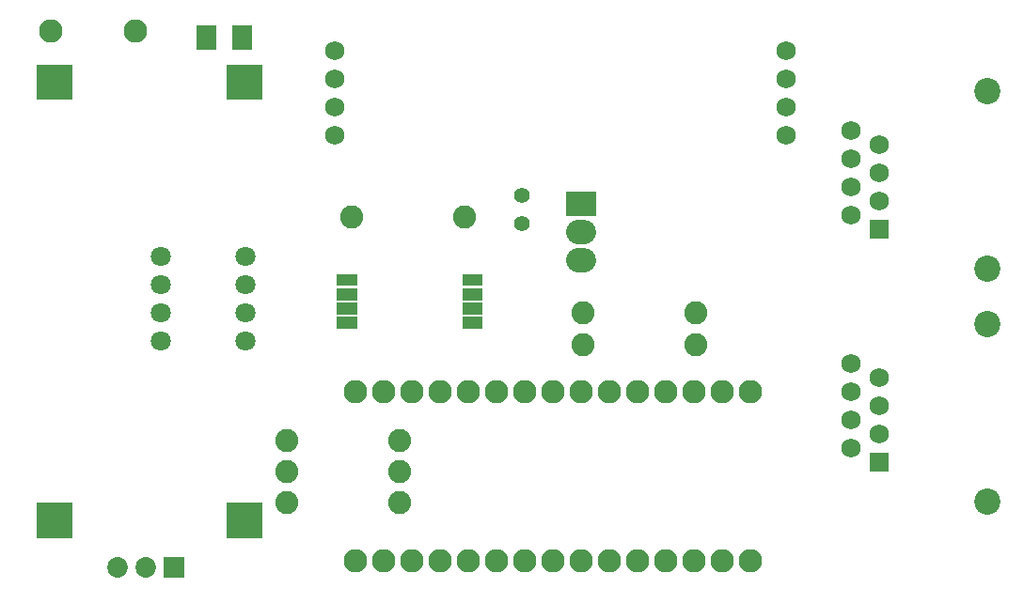
<source format=gts>
G04 Layer: TopSolderMaskLayer*
G04 EasyEDA v6.3.22, 2020-02-16T12:15:52--5:00*
G04 381979cff6bd47818e4e504fc6c237e0,2cc9782d1759487288c44a1c2d283d62,10*
G04 Gerber Generator version 0.2*
G04 Scale: 100 percent, Rotated: No, Reflected: No *
G04 Dimensions in millimeters *
G04 leading zeros omitted , absolute positions ,3 integer and 3 decimal *
%FSLAX33Y33*%
%MOMM*%
G90*
G71D02*

%ADD34C,2.203196*%
%ADD36C,2.103196*%
%ADD38C,1.854200*%
%ADD40C,1.397000*%
%ADD41C,2.082800*%
%ADD43C,2.108200*%
%ADD45C,1.803197*%
%ADD46R,1.727200X1.727200*%
%ADD47C,1.727200*%
%ADD48C,2.362200*%

%LPD*%
G54D34*
G01X55240Y30877D02*
G01X54741Y30877D01*
G01X55240Y33417D02*
G01X54741Y33417D01*
G36*
G01X23098Y5843D02*
G01X23098Y9049D01*
G01X26304Y9049D01*
G01X26304Y5843D01*
G01X23098Y5843D01*
G37*
G36*
G01X5953Y45340D02*
G01X5953Y48546D01*
G01X9159Y48546D01*
G01X9159Y45340D01*
G01X5953Y45340D01*
G37*
G36*
G01X5953Y5843D02*
G01X5953Y9049D01*
G01X9159Y9049D01*
G01X9159Y5843D01*
G01X5953Y5843D01*
G37*
G36*
G01X23098Y45340D02*
G01X23098Y48546D01*
G01X26304Y48546D01*
G01X26304Y45340D01*
G01X23098Y45340D01*
G37*
G54D36*
G01X34671Y19066D03*
G01X37211Y19066D03*
G01X39751Y19066D03*
G01X42291Y19066D03*
G01X44831Y19066D03*
G01X47371Y19066D03*
G01X49911Y19066D03*
G01X52451Y19066D03*
G01X54991Y19066D03*
G01X57531Y19066D03*
G01X60071Y19066D03*
G01X62611Y19066D03*
G01X65151Y19066D03*
G01X67691Y19066D03*
G01X70231Y19066D03*
G01X34671Y3826D03*
G01X37211Y3826D03*
G01X39751Y3826D03*
G01X42291Y3826D03*
G01X44831Y3826D03*
G01X47371Y3826D03*
G01X49911Y3826D03*
G01X52451Y3826D03*
G01X54991Y3826D03*
G01X57531Y3826D03*
G01X60071Y3826D03*
G01X62611Y3826D03*
G01X65151Y3826D03*
G01X67691Y3826D03*
G01X70231Y3826D03*
G36*
G01X17360Y2264D02*
G01X17360Y4119D01*
G01X19215Y4119D01*
G01X19215Y2264D01*
G01X17360Y2264D01*
G37*
G54D38*
G01X15748Y3191D03*
G01X13208Y3191D03*
G36*
G01X33007Y26006D02*
G01X33007Y27098D01*
G01X34810Y27098D01*
G01X34810Y26006D01*
G01X33007Y26006D01*
G37*
G36*
G01X33007Y24718D02*
G01X33007Y25810D01*
G01X34810Y25810D01*
G01X34810Y24718D01*
G01X33007Y24718D01*
G37*
G36*
G01X33007Y27299D02*
G01X33007Y28391D01*
G01X34810Y28391D01*
G01X34810Y27299D01*
G01X33007Y27299D01*
G37*
G36*
G01X33007Y28579D02*
G01X33007Y29671D01*
G01X34810Y29671D01*
G01X34810Y28579D01*
G01X33007Y28579D01*
G37*
G36*
G01X44310Y24718D02*
G01X44310Y25810D01*
G01X46113Y25810D01*
G01X46113Y24718D01*
G01X44310Y24718D01*
G37*
G36*
G01X44310Y26006D02*
G01X44310Y27098D01*
G01X46113Y27098D01*
G01X46113Y26006D01*
G01X44310Y26006D01*
G37*
G36*
G01X44310Y27299D02*
G01X44310Y28391D01*
G01X46113Y28391D01*
G01X46113Y27299D01*
G01X44310Y27299D01*
G37*
G36*
G01X44310Y28579D02*
G01X44310Y29671D01*
G01X46113Y29671D01*
G01X46113Y28579D01*
G01X44310Y28579D01*
G37*
G54D40*
G01X49657Y34179D03*
G01X49657Y36719D03*
G54D41*
G01X38608Y11827D03*
G01X28448Y11827D03*
G01X55118Y26178D03*
G01X65278Y26178D03*
G01X55118Y23257D03*
G01X65278Y23257D03*
G01X34290Y34814D03*
G01X44450Y34814D03*
G36*
G01X53639Y34855D02*
G01X53639Y37060D01*
G01X56342Y37060D01*
G01X56342Y34855D01*
G01X53639Y34855D01*
G37*
G01X38608Y9033D03*
G01X28448Y9033D03*
G01X28448Y14621D03*
G01X38608Y14621D03*
G54D43*
G01X7239Y51578D03*
G01X14859Y51578D03*
G36*
G01X23558Y49841D02*
G01X23558Y52046D01*
G01X25361Y52046D01*
G01X25361Y49841D01*
G01X23558Y49841D01*
G37*
G36*
G01X20358Y49841D02*
G01X20358Y52046D01*
G01X22161Y52046D01*
G01X22161Y49841D01*
G01X20358Y49841D01*
G37*
G54D45*
G01X24765Y31258D03*
G01X24765Y28718D03*
G01X24765Y26178D03*
G01X24765Y23638D03*
G01X17145Y23638D03*
G01X17145Y26178D03*
G01X17145Y28718D03*
G01X17145Y31258D03*
G54D46*
G01X81851Y33671D03*
G54D47*
G01X79311Y34941D03*
G01X81851Y36211D03*
G01X79311Y37481D03*
G01X81851Y38751D03*
G01X79311Y40021D03*
G01X81851Y41291D03*
G01X79311Y42561D03*
G54D48*
G01X91526Y30115D03*
G01X91526Y46117D03*
G54D46*
G01X81851Y12716D03*
G54D47*
G01X79311Y13986D03*
G01X81851Y15256D03*
G01X79311Y16526D03*
G01X81851Y17796D03*
G01X79311Y19066D03*
G01X81851Y20336D03*
G01X79311Y21606D03*
G54D48*
G01X91526Y9160D03*
G01X91526Y25162D03*
G54D47*
G01X32766Y42180D03*
G01X32766Y44720D03*
G01X32766Y47260D03*
G01X32766Y49800D03*
G01X73406Y42180D03*
G01X73406Y44720D03*
G01X73406Y47260D03*
G01X73406Y49800D03*
M00*
M02*

</source>
